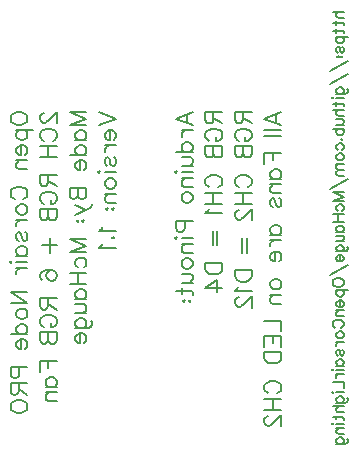
<source format=gbo>
G04 Layer: BottomSilkLayer*
G04 EasyEDA v6.2.46, 2019-11-01T12:43:08+01:00*
G04 778d866c1a174c42a2ea303962b88bf4,d54f43e133bf43b298e367d61d3b1b7b,10*
G04 Gerber Generator version 0.2*
G04 Scale: 100 percent, Rotated: No, Reflected: No *
G04 Dimensions in millimeters *
G04 leading zeros omitted , absolute positions ,3 integer and 3 decimal *
%FSLAX33Y33*%
%MOMM*%
G90*
G71D02*

%ADD33C,0.203200*%

%LPD*%
G54D33*
G01X29181Y34955D02*
G01X30613Y35500D01*
G01X29181Y34955D02*
G01X30613Y34410D01*
G01X30135Y35296D02*
G01X30135Y34614D01*
G01X29181Y33960D02*
G01X30613Y33960D01*
G01X29181Y33510D02*
G01X30613Y33510D01*
G01X29181Y32010D02*
G01X30613Y32010D01*
G01X29181Y32010D02*
G01X29181Y31123D01*
G01X29863Y32010D02*
G01X29863Y31464D01*
G01X29658Y29855D02*
G01X30613Y29855D01*
G01X29863Y29855D02*
G01X29726Y29991D01*
G01X29658Y30128D01*
G01X29658Y30332D01*
G01X29726Y30469D01*
G01X29863Y30605D01*
G01X30067Y30673D01*
G01X30204Y30673D01*
G01X30408Y30605D01*
G01X30545Y30469D01*
G01X30613Y30332D01*
G01X30613Y30128D01*
G01X30545Y29991D01*
G01X30408Y29855D01*
G01X29658Y29405D02*
G01X30613Y29405D01*
G01X29931Y29405D02*
G01X29726Y29200D01*
G01X29658Y29064D01*
G01X29658Y28860D01*
G01X29726Y28723D01*
G01X29931Y28655D01*
G01X30613Y28655D01*
G01X29863Y27455D02*
G01X29726Y27523D01*
G01X29658Y27728D01*
G01X29658Y27932D01*
G01X29726Y28137D01*
G01X29863Y28205D01*
G01X29999Y28137D01*
G01X30067Y28000D01*
G01X30135Y27660D01*
G01X30204Y27523D01*
G01X30340Y27455D01*
G01X30408Y27455D01*
G01X30545Y27523D01*
G01X30613Y27728D01*
G01X30613Y27932D01*
G01X30545Y28137D01*
G01X30408Y28205D01*
G01X29658Y25137D02*
G01X30613Y25137D01*
G01X29863Y25137D02*
G01X29726Y25273D01*
G01X29658Y25410D01*
G01X29658Y25614D01*
G01X29726Y25750D01*
G01X29863Y25887D01*
G01X30067Y25955D01*
G01X30204Y25955D01*
G01X30408Y25887D01*
G01X30545Y25750D01*
G01X30613Y25614D01*
G01X30613Y25410D01*
G01X30545Y25273D01*
G01X30408Y25137D01*
G01X29658Y24687D02*
G01X30613Y24687D01*
G01X30067Y24687D02*
G01X29863Y24619D01*
G01X29726Y24482D01*
G01X29658Y24346D01*
G01X29658Y24141D01*
G01X30067Y23691D02*
G01X30067Y22873D01*
G01X29931Y22873D01*
G01X29795Y22941D01*
G01X29726Y23010D01*
G01X29658Y23146D01*
G01X29658Y23350D01*
G01X29726Y23487D01*
G01X29863Y23623D01*
G01X30067Y23691D01*
G01X30204Y23691D01*
G01X30408Y23623D01*
G01X30545Y23487D01*
G01X30613Y23350D01*
G01X30613Y23146D01*
G01X30545Y23010D01*
G01X30408Y22873D01*
G01X29658Y21032D02*
G01X29726Y21169D01*
G01X29863Y21305D01*
G01X30067Y21373D01*
G01X30204Y21373D01*
G01X30408Y21305D01*
G01X30545Y21169D01*
G01X30613Y21032D01*
G01X30613Y20828D01*
G01X30545Y20691D01*
G01X30408Y20555D01*
G01X30204Y20487D01*
G01X30067Y20487D01*
G01X29863Y20555D01*
G01X29726Y20691D01*
G01X29658Y20828D01*
G01X29658Y21032D01*
G01X29658Y20037D02*
G01X30613Y20037D01*
G01X29931Y20037D02*
G01X29726Y19832D01*
G01X29658Y19696D01*
G01X29658Y19491D01*
G01X29726Y19355D01*
G01X29931Y19287D01*
G01X30613Y19287D01*
G01X29181Y17787D02*
G01X30613Y17787D01*
G01X30613Y17787D02*
G01X30613Y16969D01*
G01X29181Y16519D02*
G01X30613Y16519D01*
G01X29181Y16519D02*
G01X29181Y15632D01*
G01X29863Y16519D02*
G01X29863Y15973D01*
G01X30613Y16519D02*
G01X30613Y15632D01*
G01X29181Y15182D02*
G01X30613Y15182D01*
G01X29181Y15182D02*
G01X29181Y14705D01*
G01X29249Y14500D01*
G01X29385Y14364D01*
G01X29522Y14296D01*
G01X29726Y14228D01*
G01X30067Y14228D01*
G01X30272Y14296D01*
G01X30408Y14364D01*
G01X30545Y14500D01*
G01X30613Y14705D01*
G01X30613Y15182D01*
G01X29522Y11705D02*
G01X29385Y11773D01*
G01X29249Y11910D01*
G01X29181Y12046D01*
G01X29181Y12319D01*
G01X29249Y12455D01*
G01X29385Y12591D01*
G01X29522Y12660D01*
G01X29726Y12728D01*
G01X30067Y12728D01*
G01X30272Y12660D01*
G01X30408Y12591D01*
G01X30545Y12455D01*
G01X30613Y12319D01*
G01X30613Y12046D01*
G01X30545Y11910D01*
G01X30408Y11773D01*
G01X30272Y11705D01*
G01X29181Y11255D02*
G01X30613Y11255D01*
G01X29181Y10300D02*
G01X30613Y10300D01*
G01X29863Y11255D02*
G01X29863Y10300D01*
G01X29522Y9782D02*
G01X29454Y9782D01*
G01X29317Y9714D01*
G01X29249Y9646D01*
G01X29181Y9510D01*
G01X29181Y9237D01*
G01X29249Y9100D01*
G01X29317Y9032D01*
G01X29454Y8964D01*
G01X29590Y8964D01*
G01X29726Y9032D01*
G01X29931Y9169D01*
G01X30613Y9850D01*
G01X30613Y8896D01*
G01X7681Y35091D02*
G01X7749Y35228D01*
G01X7885Y35364D01*
G01X8022Y35432D01*
G01X8226Y35500D01*
G01X8567Y35500D01*
G01X8772Y35432D01*
G01X8908Y35364D01*
G01X9045Y35228D01*
G01X9113Y35091D01*
G01X9113Y34819D01*
G01X9045Y34682D01*
G01X8908Y34546D01*
G01X8772Y34478D01*
G01X8567Y34410D01*
G01X8226Y34410D01*
G01X8022Y34478D01*
G01X7885Y34546D01*
G01X7749Y34682D01*
G01X7681Y34819D01*
G01X7681Y35091D01*
G01X8158Y33960D02*
G01X9590Y33960D01*
G01X8363Y33960D02*
G01X8226Y33823D01*
G01X8158Y33687D01*
G01X8158Y33482D01*
G01X8226Y33346D01*
G01X8363Y33210D01*
G01X8567Y33141D01*
G01X8704Y33141D01*
G01X8908Y33210D01*
G01X9045Y33346D01*
G01X9113Y33482D01*
G01X9113Y33687D01*
G01X9045Y33823D01*
G01X8908Y33960D01*
G01X8567Y32691D02*
G01X8567Y31873D01*
G01X8431Y31873D01*
G01X8295Y31941D01*
G01X8226Y32010D01*
G01X8158Y32146D01*
G01X8158Y32350D01*
G01X8226Y32487D01*
G01X8363Y32623D01*
G01X8567Y32691D01*
G01X8704Y32691D01*
G01X8908Y32623D01*
G01X9045Y32487D01*
G01X9113Y32350D01*
G01X9113Y32146D01*
G01X9045Y32010D01*
G01X8908Y31873D01*
G01X8158Y31423D02*
G01X9113Y31423D01*
G01X8431Y31423D02*
G01X8226Y31219D01*
G01X8158Y31082D01*
G01X8158Y30878D01*
G01X8226Y30741D01*
G01X8431Y30673D01*
G01X9113Y30673D01*
G01X8022Y28150D02*
G01X7885Y28219D01*
G01X7749Y28355D01*
G01X7681Y28491D01*
G01X7681Y28764D01*
G01X7749Y28900D01*
G01X7885Y29037D01*
G01X8022Y29105D01*
G01X8226Y29173D01*
G01X8567Y29173D01*
G01X8772Y29105D01*
G01X8908Y29037D01*
G01X9045Y28900D01*
G01X9113Y28764D01*
G01X9113Y28491D01*
G01X9045Y28355D01*
G01X8908Y28219D01*
G01X8772Y28150D01*
G01X8158Y27360D02*
G01X8226Y27496D01*
G01X8363Y27632D01*
G01X8567Y27700D01*
G01X8704Y27700D01*
G01X8908Y27632D01*
G01X9045Y27496D01*
G01X9113Y27360D01*
G01X9113Y27155D01*
G01X9045Y27019D01*
G01X8908Y26882D01*
G01X8704Y26814D01*
G01X8567Y26814D01*
G01X8363Y26882D01*
G01X8226Y27019D01*
G01X8158Y27155D01*
G01X8158Y27360D01*
G01X8158Y26364D02*
G01X9113Y26364D01*
G01X8567Y26364D02*
G01X8363Y26296D01*
G01X8226Y26160D01*
G01X8158Y26023D01*
G01X8158Y25819D01*
G01X8363Y24619D02*
G01X8226Y24687D01*
G01X8158Y24891D01*
G01X8158Y25096D01*
G01X8226Y25300D01*
G01X8363Y25369D01*
G01X8499Y25300D01*
G01X8567Y25164D01*
G01X8636Y24823D01*
G01X8704Y24687D01*
G01X8840Y24619D01*
G01X8908Y24619D01*
G01X9045Y24687D01*
G01X9113Y24891D01*
G01X9113Y25096D01*
G01X9045Y25300D01*
G01X8908Y25369D01*
G01X8158Y23350D02*
G01X9113Y23350D01*
G01X8363Y23350D02*
G01X8226Y23487D01*
G01X8158Y23623D01*
G01X8158Y23828D01*
G01X8226Y23964D01*
G01X8363Y24100D01*
G01X8567Y24169D01*
G01X8704Y24169D01*
G01X8908Y24100D01*
G01X9045Y23964D01*
G01X9113Y23828D01*
G01X9113Y23623D01*
G01X9045Y23487D01*
G01X8908Y23350D01*
G01X7681Y22900D02*
G01X7749Y22832D01*
G01X7681Y22764D01*
G01X7613Y22832D01*
G01X7681Y22900D01*
G01X8158Y22832D02*
G01X9113Y22832D01*
G01X8158Y22314D02*
G01X9113Y22314D01*
G01X8567Y22314D02*
G01X8363Y22246D01*
G01X8226Y22110D01*
G01X8158Y21973D01*
G01X8158Y21769D01*
G01X7681Y20269D02*
G01X9113Y20269D01*
G01X7681Y20269D02*
G01X9113Y19314D01*
G01X7681Y19314D02*
G01X9113Y19314D01*
G01X8158Y18523D02*
G01X8226Y18660D01*
G01X8363Y18796D01*
G01X8567Y18864D01*
G01X8704Y18864D01*
G01X8908Y18796D01*
G01X9045Y18660D01*
G01X9113Y18523D01*
G01X9113Y18319D01*
G01X9045Y18182D01*
G01X8908Y18046D01*
G01X8704Y17978D01*
G01X8567Y17978D01*
G01X8363Y18046D01*
G01X8226Y18182D01*
G01X8158Y18319D01*
G01X8158Y18523D01*
G01X7681Y16709D02*
G01X9113Y16709D01*
G01X8363Y16709D02*
G01X8226Y16846D01*
G01X8158Y16982D01*
G01X8158Y17187D01*
G01X8226Y17323D01*
G01X8363Y17460D01*
G01X8567Y17528D01*
G01X8704Y17528D01*
G01X8908Y17460D01*
G01X9045Y17323D01*
G01X9113Y17187D01*
G01X9113Y16982D01*
G01X9045Y16846D01*
G01X8908Y16709D01*
G01X8567Y16260D02*
G01X8567Y15441D01*
G01X8431Y15441D01*
G01X8295Y15510D01*
G01X8226Y15578D01*
G01X8158Y15714D01*
G01X8158Y15919D01*
G01X8226Y16055D01*
G01X8363Y16191D01*
G01X8567Y16260D01*
G01X8704Y16260D01*
G01X8908Y16191D01*
G01X9045Y16055D01*
G01X9113Y15919D01*
G01X9113Y15714D01*
G01X9045Y15578D01*
G01X8908Y15441D01*
G01X7681Y13941D02*
G01X9113Y13941D01*
G01X7681Y13941D02*
G01X7681Y13328D01*
G01X7749Y13123D01*
G01X7817Y13055D01*
G01X7954Y12987D01*
G01X8158Y12987D01*
G01X8295Y13055D01*
G01X8363Y13123D01*
G01X8431Y13328D01*
G01X8431Y13941D01*
G01X7681Y12537D02*
G01X9113Y12537D01*
G01X7681Y12537D02*
G01X7681Y11923D01*
G01X7749Y11719D01*
G01X7817Y11650D01*
G01X7954Y11582D01*
G01X8090Y11582D01*
G01X8226Y11650D01*
G01X8295Y11719D01*
G01X8363Y11923D01*
G01X8363Y12537D01*
G01X8363Y12060D02*
G01X9113Y11582D01*
G01X7681Y10723D02*
G01X7749Y10859D01*
G01X7885Y10996D01*
G01X8022Y11064D01*
G01X8226Y11132D01*
G01X8567Y11132D01*
G01X8772Y11064D01*
G01X8908Y10996D01*
G01X9045Y10859D01*
G01X9113Y10723D01*
G01X9113Y10450D01*
G01X9045Y10314D01*
G01X8908Y10178D01*
G01X8772Y10110D01*
G01X8567Y10041D01*
G01X8226Y10041D01*
G01X8022Y10110D01*
G01X7885Y10178D01*
G01X7749Y10314D01*
G01X7681Y10450D01*
G01X7681Y10723D01*
G01X12681Y35500D02*
G01X14113Y35500D01*
G01X12681Y35500D02*
G01X14113Y34955D01*
G01X12681Y34410D02*
G01X14113Y34955D01*
G01X12681Y34410D02*
G01X14113Y34410D01*
G01X13158Y33141D02*
G01X14113Y33141D01*
G01X13363Y33141D02*
G01X13226Y33278D01*
G01X13158Y33414D01*
G01X13158Y33619D01*
G01X13226Y33755D01*
G01X13363Y33891D01*
G01X13567Y33960D01*
G01X13704Y33960D01*
G01X13908Y33891D01*
G01X14045Y33755D01*
G01X14113Y33619D01*
G01X14113Y33414D01*
G01X14045Y33278D01*
G01X13908Y33141D01*
G01X12681Y31873D02*
G01X14113Y31873D01*
G01X13363Y31873D02*
G01X13226Y32010D01*
G01X13158Y32146D01*
G01X13158Y32350D01*
G01X13226Y32487D01*
G01X13363Y32623D01*
G01X13567Y32691D01*
G01X13704Y32691D01*
G01X13908Y32623D01*
G01X14045Y32487D01*
G01X14113Y32350D01*
G01X14113Y32146D01*
G01X14045Y32010D01*
G01X13908Y31873D01*
G01X13567Y31423D02*
G01X13567Y30605D01*
G01X13431Y30605D01*
G01X13295Y30673D01*
G01X13226Y30741D01*
G01X13158Y30878D01*
G01X13158Y31082D01*
G01X13226Y31219D01*
G01X13363Y31355D01*
G01X13567Y31423D01*
G01X13704Y31423D01*
G01X13908Y31355D01*
G01X14045Y31219D01*
G01X14113Y31082D01*
G01X14113Y30878D01*
G01X14045Y30741D01*
G01X13908Y30605D01*
G01X12681Y29105D02*
G01X14113Y29105D01*
G01X12681Y29105D02*
G01X12681Y28491D01*
G01X12749Y28287D01*
G01X12817Y28219D01*
G01X12954Y28150D01*
G01X13090Y28150D01*
G01X13226Y28219D01*
G01X13295Y28287D01*
G01X13363Y28491D01*
G01X13363Y29105D02*
G01X13363Y28491D01*
G01X13431Y28287D01*
G01X13499Y28219D01*
G01X13635Y28150D01*
G01X13840Y28150D01*
G01X13976Y28219D01*
G01X14045Y28287D01*
G01X14113Y28491D01*
G01X14113Y29105D01*
G01X13158Y27632D02*
G01X14113Y27223D01*
G01X13158Y26814D02*
G01X14113Y27223D01*
G01X14385Y27360D01*
G01X14522Y27496D01*
G01X14590Y27632D01*
G01X14590Y27700D01*
G01X13295Y26296D02*
G01X13363Y26364D01*
G01X13431Y26296D01*
G01X13363Y26228D01*
G01X13295Y26296D01*
G01X13772Y26296D02*
G01X13840Y26364D01*
G01X13908Y26296D01*
G01X13840Y26228D01*
G01X13772Y26296D01*
G01X12681Y24728D02*
G01X14113Y24728D01*
G01X12681Y24728D02*
G01X14113Y24182D01*
G01X12681Y23637D02*
G01X14113Y24182D01*
G01X12681Y23637D02*
G01X14113Y23637D01*
G01X13363Y22369D02*
G01X13226Y22505D01*
G01X13158Y22641D01*
G01X13158Y22846D01*
G01X13226Y22982D01*
G01X13363Y23119D01*
G01X13567Y23187D01*
G01X13704Y23187D01*
G01X13908Y23119D01*
G01X14045Y22982D01*
G01X14113Y22846D01*
G01X14113Y22641D01*
G01X14045Y22505D01*
G01X13908Y22369D01*
G01X12681Y21919D02*
G01X14113Y21919D01*
G01X12681Y20964D02*
G01X14113Y20964D01*
G01X13363Y21919D02*
G01X13363Y20964D01*
G01X13158Y19696D02*
G01X14113Y19696D01*
G01X13363Y19696D02*
G01X13226Y19832D01*
G01X13158Y19969D01*
G01X13158Y20173D01*
G01X13226Y20310D01*
G01X13363Y20446D01*
G01X13567Y20514D01*
G01X13704Y20514D01*
G01X13908Y20446D01*
G01X14045Y20310D01*
G01X14113Y20173D01*
G01X14113Y19969D01*
G01X14045Y19832D01*
G01X13908Y19696D01*
G01X13158Y19246D02*
G01X13840Y19246D01*
G01X14045Y19178D01*
G01X14113Y19041D01*
G01X14113Y18837D01*
G01X14045Y18700D01*
G01X13840Y18496D01*
G01X13158Y18496D02*
G01X14113Y18496D01*
G01X13158Y17228D02*
G01X14249Y17228D01*
G01X14454Y17296D01*
G01X14522Y17364D01*
G01X14590Y17500D01*
G01X14590Y17705D01*
G01X14522Y17841D01*
G01X13363Y17228D02*
G01X13226Y17364D01*
G01X13158Y17500D01*
G01X13158Y17705D01*
G01X13226Y17841D01*
G01X13363Y17978D01*
G01X13567Y18046D01*
G01X13704Y18046D01*
G01X13908Y17978D01*
G01X14045Y17841D01*
G01X14113Y17705D01*
G01X14113Y17500D01*
G01X14045Y17364D01*
G01X13908Y17228D01*
G01X13567Y16778D02*
G01X13567Y15960D01*
G01X13431Y15960D01*
G01X13295Y16028D01*
G01X13226Y16096D01*
G01X13158Y16232D01*
G01X13158Y16437D01*
G01X13226Y16573D01*
G01X13363Y16709D01*
G01X13567Y16778D01*
G01X13704Y16778D01*
G01X13908Y16709D01*
G01X14045Y16573D01*
G01X14113Y16437D01*
G01X14113Y16232D01*
G01X14045Y16096D01*
G01X13908Y15960D01*
G01X15181Y35500D02*
G01X16613Y34955D01*
G01X15181Y34409D02*
G01X16613Y34955D01*
G01X16067Y33959D02*
G01X16067Y33141D01*
G01X15931Y33141D01*
G01X15795Y33209D01*
G01X15726Y33278D01*
G01X15658Y33414D01*
G01X15658Y33619D01*
G01X15726Y33755D01*
G01X15863Y33891D01*
G01X16067Y33959D01*
G01X16204Y33959D01*
G01X16408Y33891D01*
G01X16545Y33755D01*
G01X16613Y33619D01*
G01X16613Y33414D01*
G01X16545Y33278D01*
G01X16408Y33141D01*
G01X15658Y32691D02*
G01X16613Y32691D01*
G01X16067Y32691D02*
G01X15863Y32623D01*
G01X15726Y32487D01*
G01X15658Y32350D01*
G01X15658Y32146D01*
G01X15863Y30946D02*
G01X15726Y31014D01*
G01X15658Y31219D01*
G01X15658Y31423D01*
G01X15726Y31628D01*
G01X15863Y31696D01*
G01X15999Y31628D01*
G01X16067Y31491D01*
G01X16136Y31150D01*
G01X16204Y31014D01*
G01X16340Y30946D01*
G01X16408Y30946D01*
G01X16545Y31014D01*
G01X16613Y31219D01*
G01X16613Y31423D01*
G01X16545Y31628D01*
G01X16408Y31696D01*
G01X15181Y30496D02*
G01X15249Y30428D01*
G01X15181Y30359D01*
G01X15113Y30428D01*
G01X15181Y30496D01*
G01X15658Y30428D02*
G01X16613Y30428D01*
G01X15658Y29569D02*
G01X15726Y29705D01*
G01X15863Y29841D01*
G01X16067Y29909D01*
G01X16204Y29909D01*
G01X16408Y29841D01*
G01X16545Y29705D01*
G01X16613Y29569D01*
G01X16613Y29364D01*
G01X16545Y29228D01*
G01X16408Y29091D01*
G01X16204Y29023D01*
G01X16067Y29023D01*
G01X15863Y29091D01*
G01X15726Y29228D01*
G01X15658Y29364D01*
G01X15658Y29569D01*
G01X15658Y28573D02*
G01X16613Y28573D01*
G01X15931Y28573D02*
G01X15726Y28369D01*
G01X15658Y28232D01*
G01X15658Y28028D01*
G01X15726Y27891D01*
G01X15931Y27823D01*
G01X16613Y27823D01*
G01X15795Y27305D02*
G01X15863Y27373D01*
G01X15931Y27305D01*
G01X15863Y27237D01*
G01X15795Y27305D01*
G01X16272Y27305D02*
G01X16340Y27373D01*
G01X16408Y27305D01*
G01X16340Y27237D01*
G01X16272Y27305D01*
G01X15454Y25737D02*
G01X15386Y25600D01*
G01X15181Y25396D01*
G01X16613Y25396D01*
G01X16272Y24878D02*
G01X16340Y24946D01*
G01X16408Y24878D01*
G01X16340Y24809D01*
G01X16272Y24878D01*
G01X15454Y24359D02*
G01X15386Y24223D01*
G01X15181Y24019D01*
G01X16613Y24019D01*
G01X10522Y35432D02*
G01X10454Y35432D01*
G01X10317Y35364D01*
G01X10249Y35296D01*
G01X10181Y35160D01*
G01X10181Y34887D01*
G01X10249Y34750D01*
G01X10317Y34682D01*
G01X10454Y34614D01*
G01X10590Y34614D01*
G01X10726Y34682D01*
G01X10931Y34819D01*
G01X11613Y35500D01*
G01X11613Y34546D01*
G01X10522Y33073D02*
G01X10385Y33141D01*
G01X10249Y33278D01*
G01X10181Y33414D01*
G01X10181Y33687D01*
G01X10249Y33823D01*
G01X10385Y33960D01*
G01X10522Y34028D01*
G01X10726Y34096D01*
G01X11067Y34096D01*
G01X11272Y34028D01*
G01X11408Y33960D01*
G01X11545Y33823D01*
G01X11613Y33687D01*
G01X11613Y33414D01*
G01X11545Y33278D01*
G01X11408Y33141D01*
G01X11272Y33073D01*
G01X10181Y32623D02*
G01X11613Y32623D01*
G01X10181Y31669D02*
G01X11613Y31669D01*
G01X10863Y32623D02*
G01X10863Y31669D01*
G01X10181Y30169D02*
G01X11613Y30169D01*
G01X10181Y30169D02*
G01X10181Y29555D01*
G01X10249Y29350D01*
G01X10317Y29282D01*
G01X10454Y29214D01*
G01X10590Y29214D01*
G01X10726Y29282D01*
G01X10795Y29350D01*
G01X10863Y29555D01*
G01X10863Y30169D01*
G01X10863Y29691D02*
G01X11613Y29214D01*
G01X10522Y27741D02*
G01X10385Y27810D01*
G01X10249Y27946D01*
G01X10181Y28082D01*
G01X10181Y28355D01*
G01X10249Y28491D01*
G01X10385Y28628D01*
G01X10522Y28696D01*
G01X10726Y28764D01*
G01X11067Y28764D01*
G01X11272Y28696D01*
G01X11408Y28628D01*
G01X11545Y28491D01*
G01X11613Y28355D01*
G01X11613Y28082D01*
G01X11545Y27946D01*
G01X11408Y27810D01*
G01X11272Y27741D01*
G01X11067Y27741D01*
G01X11067Y28082D02*
G01X11067Y27741D01*
G01X10181Y27291D02*
G01X11613Y27291D01*
G01X10181Y27291D02*
G01X10181Y26678D01*
G01X10249Y26473D01*
G01X10317Y26405D01*
G01X10454Y26337D01*
G01X10590Y26337D01*
G01X10726Y26405D01*
G01X10795Y26473D01*
G01X10863Y26678D01*
G01X10863Y27291D02*
G01X10863Y26678D01*
G01X10931Y26473D01*
G01X10999Y26405D01*
G01X11135Y26337D01*
G01X11340Y26337D01*
G01X11476Y26405D01*
G01X11545Y26473D01*
G01X11613Y26678D01*
G01X11613Y27291D01*
G01X10385Y24223D02*
G01X11613Y24223D01*
G01X10999Y24837D02*
G01X10999Y23610D01*
G01X10385Y21291D02*
G01X10249Y21360D01*
G01X10181Y21564D01*
G01X10181Y21700D01*
G01X10249Y21905D01*
G01X10454Y22041D01*
G01X10795Y22110D01*
G01X11135Y22110D01*
G01X11408Y22041D01*
G01X11545Y21905D01*
G01X11613Y21700D01*
G01X11613Y21632D01*
G01X11545Y21428D01*
G01X11408Y21291D01*
G01X11204Y21223D01*
G01X11135Y21223D01*
G01X10931Y21291D01*
G01X10795Y21428D01*
G01X10726Y21632D01*
G01X10726Y21700D01*
G01X10795Y21905D01*
G01X10931Y22041D01*
G01X11135Y22110D01*
G01X10181Y19723D02*
G01X11613Y19723D01*
G01X10181Y19723D02*
G01X10181Y19110D01*
G01X10249Y18905D01*
G01X10317Y18837D01*
G01X10454Y18769D01*
G01X10590Y18769D01*
G01X10726Y18837D01*
G01X10795Y18905D01*
G01X10863Y19110D01*
G01X10863Y19723D01*
G01X10863Y19246D02*
G01X11613Y18769D01*
G01X10522Y17296D02*
G01X10385Y17364D01*
G01X10249Y17500D01*
G01X10181Y17637D01*
G01X10181Y17910D01*
G01X10249Y18046D01*
G01X10385Y18182D01*
G01X10522Y18250D01*
G01X10726Y18319D01*
G01X11067Y18319D01*
G01X11272Y18250D01*
G01X11408Y18182D01*
G01X11545Y18046D01*
G01X11613Y17910D01*
G01X11613Y17637D01*
G01X11545Y17500D01*
G01X11408Y17364D01*
G01X11272Y17296D01*
G01X11067Y17296D01*
G01X11067Y17637D02*
G01X11067Y17296D01*
G01X10181Y16846D02*
G01X11613Y16846D01*
G01X10181Y16846D02*
G01X10181Y16232D01*
G01X10249Y16028D01*
G01X10317Y15960D01*
G01X10454Y15891D01*
G01X10590Y15891D01*
G01X10726Y15960D01*
G01X10795Y16028D01*
G01X10863Y16232D01*
G01X10863Y16846D02*
G01X10863Y16232D01*
G01X10931Y16028D01*
G01X10999Y15960D01*
G01X11135Y15891D01*
G01X11340Y15891D01*
G01X11476Y15960D01*
G01X11545Y16028D01*
G01X11613Y16232D01*
G01X11613Y16846D01*
G01X10181Y14391D02*
G01X11613Y14391D01*
G01X10181Y14391D02*
G01X10181Y13505D01*
G01X10863Y14391D02*
G01X10863Y13846D01*
G01X10658Y12237D02*
G01X11613Y12237D01*
G01X10863Y12237D02*
G01X10726Y12373D01*
G01X10658Y12510D01*
G01X10658Y12714D01*
G01X10726Y12850D01*
G01X10863Y12987D01*
G01X11067Y13055D01*
G01X11204Y13055D01*
G01X11408Y12987D01*
G01X11545Y12850D01*
G01X11613Y12714D01*
G01X11613Y12510D01*
G01X11545Y12373D01*
G01X11408Y12237D01*
G01X10658Y11787D02*
G01X11613Y11787D01*
G01X10931Y11787D02*
G01X10726Y11582D01*
G01X10658Y11446D01*
G01X10658Y11241D01*
G01X10726Y11105D01*
G01X10931Y11037D01*
G01X11613Y11037D01*
G01X24181Y35500D02*
G01X25613Y35500D01*
G01X24181Y35500D02*
G01X24181Y34887D01*
G01X24249Y34682D01*
G01X24317Y34614D01*
G01X24454Y34546D01*
G01X24590Y34546D01*
G01X24726Y34614D01*
G01X24795Y34682D01*
G01X24863Y34887D01*
G01X24863Y35500D01*
G01X24863Y35023D02*
G01X25613Y34546D01*
G01X24522Y33073D02*
G01X24385Y33141D01*
G01X24249Y33278D01*
G01X24181Y33414D01*
G01X24181Y33687D01*
G01X24249Y33823D01*
G01X24385Y33960D01*
G01X24522Y34028D01*
G01X24726Y34096D01*
G01X25067Y34096D01*
G01X25272Y34028D01*
G01X25408Y33960D01*
G01X25545Y33823D01*
G01X25613Y33687D01*
G01X25613Y33414D01*
G01X25545Y33278D01*
G01X25408Y33141D01*
G01X25272Y33073D01*
G01X25067Y33073D01*
G01X25067Y33414D02*
G01X25067Y33073D01*
G01X24181Y32623D02*
G01X25613Y32623D01*
G01X24181Y32623D02*
G01X24181Y32010D01*
G01X24249Y31805D01*
G01X24317Y31737D01*
G01X24454Y31669D01*
G01X24590Y31669D01*
G01X24726Y31737D01*
G01X24795Y31805D01*
G01X24863Y32010D01*
G01X24863Y32623D02*
G01X24863Y32010D01*
G01X24931Y31805D01*
G01X24999Y31737D01*
G01X25135Y31669D01*
G01X25340Y31669D01*
G01X25476Y31737D01*
G01X25545Y31805D01*
G01X25613Y32010D01*
G01X25613Y32623D01*
G01X24522Y29146D02*
G01X24385Y29214D01*
G01X24249Y29350D01*
G01X24181Y29487D01*
G01X24181Y29760D01*
G01X24249Y29896D01*
G01X24385Y30032D01*
G01X24522Y30100D01*
G01X24726Y30169D01*
G01X25067Y30169D01*
G01X25272Y30100D01*
G01X25408Y30032D01*
G01X25545Y29896D01*
G01X25613Y29760D01*
G01X25613Y29487D01*
G01X25545Y29350D01*
G01X25408Y29214D01*
G01X25272Y29146D01*
G01X24181Y28696D02*
G01X25613Y28696D01*
G01X24181Y27741D02*
G01X25613Y27741D01*
G01X24863Y28696D02*
G01X24863Y27741D01*
G01X24454Y27291D02*
G01X24385Y27155D01*
G01X24181Y26950D01*
G01X25613Y26950D01*
G01X24795Y25450D02*
G01X24795Y24223D01*
G01X25204Y25450D02*
G01X25204Y24223D01*
G01X24181Y22723D02*
G01X25613Y22723D01*
G01X24181Y22723D02*
G01X24181Y22246D01*
G01X24249Y22041D01*
G01X24385Y21905D01*
G01X24522Y21837D01*
G01X24726Y21769D01*
G01X25067Y21769D01*
G01X25272Y21837D01*
G01X25408Y21905D01*
G01X25545Y22041D01*
G01X25613Y22246D01*
G01X25613Y22723D01*
G01X24181Y20637D02*
G01X25135Y21319D01*
G01X25135Y20296D01*
G01X24181Y20637D02*
G01X25613Y20637D01*
G01X26681Y35500D02*
G01X28113Y35500D01*
G01X26681Y35500D02*
G01X26681Y34887D01*
G01X26749Y34682D01*
G01X26817Y34614D01*
G01X26954Y34546D01*
G01X27090Y34546D01*
G01X27226Y34614D01*
G01X27295Y34682D01*
G01X27363Y34887D01*
G01X27363Y35500D01*
G01X27363Y35023D02*
G01X28113Y34546D01*
G01X27022Y33073D02*
G01X26885Y33141D01*
G01X26749Y33278D01*
G01X26681Y33414D01*
G01X26681Y33687D01*
G01X26749Y33823D01*
G01X26885Y33960D01*
G01X27022Y34028D01*
G01X27226Y34096D01*
G01X27567Y34096D01*
G01X27772Y34028D01*
G01X27908Y33960D01*
G01X28045Y33823D01*
G01X28113Y33687D01*
G01X28113Y33414D01*
G01X28045Y33278D01*
G01X27908Y33141D01*
G01X27772Y33073D01*
G01X27567Y33073D01*
G01X27567Y33414D02*
G01X27567Y33073D01*
G01X26681Y32623D02*
G01X28113Y32623D01*
G01X26681Y32623D02*
G01X26681Y32010D01*
G01X26749Y31805D01*
G01X26817Y31737D01*
G01X26954Y31669D01*
G01X27090Y31669D01*
G01X27226Y31737D01*
G01X27295Y31805D01*
G01X27363Y32010D01*
G01X27363Y32623D02*
G01X27363Y32010D01*
G01X27431Y31805D01*
G01X27499Y31737D01*
G01X27635Y31669D01*
G01X27840Y31669D01*
G01X27976Y31737D01*
G01X28045Y31805D01*
G01X28113Y32010D01*
G01X28113Y32623D01*
G01X27022Y29146D02*
G01X26885Y29214D01*
G01X26749Y29350D01*
G01X26681Y29487D01*
G01X26681Y29760D01*
G01X26749Y29896D01*
G01X26885Y30032D01*
G01X27022Y30100D01*
G01X27226Y30169D01*
G01X27567Y30169D01*
G01X27772Y30100D01*
G01X27908Y30032D01*
G01X28045Y29896D01*
G01X28113Y29760D01*
G01X28113Y29487D01*
G01X28045Y29350D01*
G01X27908Y29214D01*
G01X27772Y29146D01*
G01X26681Y28696D02*
G01X28113Y28696D01*
G01X26681Y27741D02*
G01X28113Y27741D01*
G01X27363Y28696D02*
G01X27363Y27741D01*
G01X27022Y27223D02*
G01X26954Y27223D01*
G01X26817Y27155D01*
G01X26749Y27087D01*
G01X26681Y26950D01*
G01X26681Y26678D01*
G01X26749Y26541D01*
G01X26817Y26473D01*
G01X26954Y26405D01*
G01X27090Y26405D01*
G01X27226Y26473D01*
G01X27431Y26610D01*
G01X28113Y27291D01*
G01X28113Y26337D01*
G01X27295Y24837D02*
G01X27295Y23610D01*
G01X27704Y24837D02*
G01X27704Y23610D01*
G01X26681Y22110D02*
G01X28113Y22110D01*
G01X26681Y22110D02*
G01X26681Y21632D01*
G01X26749Y21428D01*
G01X26885Y21291D01*
G01X27022Y21223D01*
G01X27226Y21155D01*
G01X27567Y21155D01*
G01X27772Y21223D01*
G01X27908Y21291D01*
G01X28045Y21428D01*
G01X28113Y21632D01*
G01X28113Y22110D01*
G01X26954Y20705D02*
G01X26885Y20569D01*
G01X26681Y20364D01*
G01X28113Y20364D01*
G01X27022Y19846D02*
G01X26954Y19846D01*
G01X26817Y19778D01*
G01X26749Y19710D01*
G01X26681Y19573D01*
G01X26681Y19300D01*
G01X26749Y19164D01*
G01X26817Y19096D01*
G01X26954Y19028D01*
G01X27090Y19028D01*
G01X27226Y19096D01*
G01X27431Y19232D01*
G01X28113Y19914D01*
G01X28113Y18960D01*
G01X21681Y34955D02*
G01X23113Y35500D01*
G01X21681Y34955D02*
G01X23113Y34410D01*
G01X22635Y35296D02*
G01X22635Y34614D01*
G01X22158Y33960D02*
G01X23113Y33960D01*
G01X22567Y33960D02*
G01X22363Y33891D01*
G01X22226Y33755D01*
G01X22158Y33619D01*
G01X22158Y33414D01*
G01X21681Y32146D02*
G01X23113Y32146D01*
G01X22363Y32146D02*
G01X22226Y32282D01*
G01X22158Y32419D01*
G01X22158Y32623D01*
G01X22226Y32760D01*
G01X22363Y32896D01*
G01X22567Y32964D01*
G01X22704Y32964D01*
G01X22908Y32896D01*
G01X23045Y32760D01*
G01X23113Y32623D01*
G01X23113Y32419D01*
G01X23045Y32282D01*
G01X22908Y32146D01*
G01X22158Y31696D02*
G01X22840Y31696D01*
G01X23045Y31628D01*
G01X23113Y31491D01*
G01X23113Y31287D01*
G01X23045Y31150D01*
G01X22840Y30946D01*
G01X22158Y30946D02*
G01X23113Y30946D01*
G01X21681Y30496D02*
G01X21749Y30428D01*
G01X21681Y30360D01*
G01X21613Y30428D01*
G01X21681Y30496D01*
G01X22158Y30428D02*
G01X23113Y30428D01*
G01X22158Y29909D02*
G01X23113Y29909D01*
G01X22431Y29909D02*
G01X22226Y29705D01*
G01X22158Y29569D01*
G01X22158Y29364D01*
G01X22226Y29228D01*
G01X22431Y29160D01*
G01X23113Y29160D01*
G01X22158Y28369D02*
G01X22226Y28505D01*
G01X22363Y28641D01*
G01X22567Y28710D01*
G01X22704Y28710D01*
G01X22908Y28641D01*
G01X23045Y28505D01*
G01X23113Y28369D01*
G01X23113Y28164D01*
G01X23045Y28028D01*
G01X22908Y27891D01*
G01X22704Y27823D01*
G01X22567Y27823D01*
G01X22363Y27891D01*
G01X22226Y28028D01*
G01X22158Y28164D01*
G01X22158Y28369D01*
G01X21681Y26323D02*
G01X23113Y26323D01*
G01X21681Y26323D02*
G01X21681Y25710D01*
G01X21749Y25505D01*
G01X21817Y25437D01*
G01X21954Y25369D01*
G01X22158Y25369D01*
G01X22295Y25437D01*
G01X22363Y25505D01*
G01X22431Y25710D01*
G01X22431Y26323D01*
G01X21681Y24919D02*
G01X21749Y24850D01*
G01X21681Y24782D01*
G01X21613Y24850D01*
G01X21681Y24919D01*
G01X22158Y24850D02*
G01X23113Y24850D01*
G01X22158Y24332D02*
G01X23113Y24332D01*
G01X22431Y24332D02*
G01X22226Y24128D01*
G01X22158Y23991D01*
G01X22158Y23787D01*
G01X22226Y23650D01*
G01X22431Y23582D01*
G01X23113Y23582D01*
G01X22158Y22791D02*
G01X22226Y22928D01*
G01X22363Y23064D01*
G01X22567Y23132D01*
G01X22704Y23132D01*
G01X22908Y23064D01*
G01X23045Y22928D01*
G01X23113Y22791D01*
G01X23113Y22587D01*
G01X23045Y22450D01*
G01X22908Y22314D01*
G01X22704Y22246D01*
G01X22567Y22246D01*
G01X22363Y22314D01*
G01X22226Y22450D01*
G01X22158Y22587D01*
G01X22158Y22791D01*
G01X22158Y21796D02*
G01X22840Y21796D01*
G01X23045Y21728D01*
G01X23113Y21591D01*
G01X23113Y21387D01*
G01X23045Y21250D01*
G01X22840Y21046D01*
G01X22158Y21046D02*
G01X23113Y21046D01*
G01X21681Y20391D02*
G01X22840Y20391D01*
G01X23045Y20323D01*
G01X23113Y20187D01*
G01X23113Y20050D01*
G01X22158Y20596D02*
G01X22158Y20119D01*
G01X22295Y19532D02*
G01X22363Y19600D01*
G01X22431Y19532D01*
G01X22363Y19464D01*
G01X22295Y19532D01*
G01X22772Y19532D02*
G01X22840Y19600D01*
G01X22908Y19532D01*
G01X22840Y19464D01*
G01X22772Y19532D01*
G01X34954Y44000D02*
G01X35908Y44000D01*
G01X35454Y44000D02*
G01X35317Y43864D01*
G01X35272Y43773D01*
G01X35272Y43637D01*
G01X35317Y43546D01*
G01X35454Y43500D01*
G01X35908Y43500D01*
G01X34954Y43064D02*
G01X35726Y43064D01*
G01X35863Y43019D01*
G01X35908Y42928D01*
G01X35908Y42837D01*
G01X35272Y43200D02*
G01X35272Y42882D01*
G01X34954Y42400D02*
G01X35726Y42400D01*
G01X35863Y42355D01*
G01X35908Y42264D01*
G01X35908Y42173D01*
G01X35272Y42537D02*
G01X35272Y42219D01*
G01X35272Y41873D02*
G01X36226Y41873D01*
G01X35408Y41873D02*
G01X35317Y41782D01*
G01X35272Y41691D01*
G01X35272Y41555D01*
G01X35317Y41464D01*
G01X35408Y41373D01*
G01X35545Y41328D01*
G01X35635Y41328D01*
G01X35772Y41373D01*
G01X35863Y41464D01*
G01X35908Y41555D01*
G01X35908Y41691D01*
G01X35863Y41782D01*
G01X35772Y41873D01*
G01X35408Y40528D02*
G01X35317Y40573D01*
G01X35272Y40710D01*
G01X35272Y40846D01*
G01X35317Y40982D01*
G01X35408Y41028D01*
G01X35499Y40982D01*
G01X35545Y40891D01*
G01X35590Y40664D01*
G01X35635Y40573D01*
G01X35726Y40528D01*
G01X35772Y40528D01*
G01X35863Y40573D01*
G01X35908Y40710D01*
G01X35908Y40846D01*
G01X35863Y40982D01*
G01X35772Y41028D01*
G01X35363Y40182D02*
G01X35408Y40228D01*
G01X35454Y40182D01*
G01X35408Y40137D01*
G01X35363Y40182D01*
G01X35681Y40182D02*
G01X35726Y40228D01*
G01X35772Y40182D01*
G01X35726Y40137D01*
G01X35681Y40182D01*
G01X34772Y39019D02*
G01X36226Y39837D01*
G01X34772Y37900D02*
G01X36226Y38719D01*
G01X35272Y37055D02*
G01X35999Y37055D01*
G01X36135Y37100D01*
G01X36181Y37146D01*
G01X36226Y37237D01*
G01X36226Y37373D01*
G01X36181Y37464D01*
G01X35408Y37055D02*
G01X35317Y37146D01*
G01X35272Y37237D01*
G01X35272Y37373D01*
G01X35317Y37464D01*
G01X35408Y37555D01*
G01X35545Y37600D01*
G01X35635Y37600D01*
G01X35772Y37555D01*
G01X35863Y37464D01*
G01X35908Y37373D01*
G01X35908Y37237D01*
G01X35863Y37146D01*
G01X35772Y37055D01*
G01X34954Y36755D02*
G01X34999Y36710D01*
G01X34954Y36664D01*
G01X34908Y36710D01*
G01X34954Y36755D01*
G01X35272Y36710D02*
G01X35908Y36710D01*
G01X34954Y36228D02*
G01X35726Y36228D01*
G01X35863Y36182D01*
G01X35908Y36091D01*
G01X35908Y36000D01*
G01X35272Y36364D02*
G01X35272Y36046D01*
G01X34954Y35700D02*
G01X35908Y35700D01*
G01X35454Y35700D02*
G01X35317Y35564D01*
G01X35272Y35473D01*
G01X35272Y35337D01*
G01X35317Y35246D01*
G01X35454Y35200D01*
G01X35908Y35200D01*
G01X35272Y34900D02*
G01X35726Y34900D01*
G01X35863Y34855D01*
G01X35908Y34764D01*
G01X35908Y34628D01*
G01X35863Y34537D01*
G01X35726Y34400D01*
G01X35272Y34400D02*
G01X35908Y34400D01*
G01X34954Y34100D02*
G01X35908Y34100D01*
G01X35408Y34100D02*
G01X35317Y34010D01*
G01X35272Y33919D01*
G01X35272Y33782D01*
G01X35317Y33691D01*
G01X35408Y33600D01*
G01X35545Y33555D01*
G01X35635Y33555D01*
G01X35772Y33600D01*
G01X35863Y33691D01*
G01X35908Y33782D01*
G01X35908Y33919D01*
G01X35863Y34010D01*
G01X35772Y34100D01*
G01X35681Y33210D02*
G01X35726Y33255D01*
G01X35772Y33210D01*
G01X35726Y33164D01*
G01X35681Y33210D01*
G01X35408Y32319D02*
G01X35317Y32410D01*
G01X35272Y32500D01*
G01X35272Y32637D01*
G01X35317Y32728D01*
G01X35408Y32819D01*
G01X35545Y32864D01*
G01X35635Y32864D01*
G01X35772Y32819D01*
G01X35863Y32728D01*
G01X35908Y32637D01*
G01X35908Y32500D01*
G01X35863Y32410D01*
G01X35772Y32319D01*
G01X35272Y31791D02*
G01X35317Y31882D01*
G01X35408Y31973D01*
G01X35545Y32019D01*
G01X35635Y32019D01*
G01X35772Y31973D01*
G01X35863Y31882D01*
G01X35908Y31791D01*
G01X35908Y31655D01*
G01X35863Y31564D01*
G01X35772Y31473D01*
G01X35635Y31428D01*
G01X35545Y31428D01*
G01X35408Y31473D01*
G01X35317Y31564D01*
G01X35272Y31655D01*
G01X35272Y31791D01*
G01X35272Y31128D02*
G01X35908Y31128D01*
G01X35454Y31128D02*
G01X35317Y30991D01*
G01X35272Y30900D01*
G01X35272Y30764D01*
G01X35317Y30673D01*
G01X35454Y30628D01*
G01X35908Y30628D01*
G01X35454Y30628D02*
G01X35317Y30491D01*
G01X35272Y30400D01*
G01X35272Y30264D01*
G01X35317Y30173D01*
G01X35454Y30128D01*
G01X35908Y30128D01*
G01X34772Y29010D02*
G01X36226Y29828D01*
G01X34954Y28710D02*
G01X35908Y28710D01*
G01X34954Y28710D02*
G01X35908Y28346D01*
G01X34954Y27982D02*
G01X35908Y28346D01*
G01X34954Y27982D02*
G01X35908Y27982D01*
G01X35408Y27137D02*
G01X35317Y27228D01*
G01X35272Y27319D01*
G01X35272Y27455D01*
G01X35317Y27546D01*
G01X35408Y27637D01*
G01X35545Y27682D01*
G01X35635Y27682D01*
G01X35772Y27637D01*
G01X35863Y27546D01*
G01X35908Y27455D01*
G01X35908Y27319D01*
G01X35863Y27228D01*
G01X35772Y27137D01*
G01X34954Y26837D02*
G01X35908Y26837D01*
G01X34954Y26200D02*
G01X35908Y26200D01*
G01X35408Y26837D02*
G01X35408Y26200D01*
G01X35272Y25355D02*
G01X35908Y25355D01*
G01X35408Y25355D02*
G01X35317Y25446D01*
G01X35272Y25537D01*
G01X35272Y25673D01*
G01X35317Y25764D01*
G01X35408Y25855D01*
G01X35545Y25900D01*
G01X35635Y25900D01*
G01X35772Y25855D01*
G01X35863Y25764D01*
G01X35908Y25673D01*
G01X35908Y25537D01*
G01X35863Y25446D01*
G01X35772Y25355D01*
G01X35272Y25055D02*
G01X35726Y25055D01*
G01X35863Y25010D01*
G01X35908Y24919D01*
G01X35908Y24782D01*
G01X35863Y24691D01*
G01X35726Y24555D01*
G01X35272Y24555D02*
G01X35908Y24555D01*
G01X35272Y23710D02*
G01X35999Y23710D01*
G01X36135Y23755D01*
G01X36181Y23800D01*
G01X36226Y23891D01*
G01X36226Y24028D01*
G01X36181Y24119D01*
G01X35408Y23710D02*
G01X35317Y23800D01*
G01X35272Y23891D01*
G01X35272Y24028D01*
G01X35317Y24119D01*
G01X35408Y24210D01*
G01X35545Y24255D01*
G01X35635Y24255D01*
G01X35772Y24210D01*
G01X35863Y24119D01*
G01X35908Y24028D01*
G01X35908Y23891D01*
G01X35863Y23800D01*
G01X35772Y23710D01*
G01X35545Y23410D02*
G01X35545Y22864D01*
G01X35454Y22864D01*
G01X35363Y22910D01*
G01X35317Y22955D01*
G01X35272Y23046D01*
G01X35272Y23182D01*
G01X35317Y23273D01*
G01X35408Y23364D01*
G01X35545Y23410D01*
G01X35635Y23410D01*
G01X35772Y23364D01*
G01X35863Y23273D01*
G01X35908Y23182D01*
G01X35908Y23046D01*
G01X35863Y22955D01*
G01X35772Y22864D01*
G01X34772Y21746D02*
G01X36226Y22564D01*
G01X34954Y21173D02*
G01X34999Y21264D01*
G01X35090Y21355D01*
G01X35181Y21400D01*
G01X35317Y21446D01*
G01X35545Y21446D01*
G01X35681Y21400D01*
G01X35772Y21355D01*
G01X35863Y21264D01*
G01X35908Y21173D01*
G01X35908Y20991D01*
G01X35863Y20900D01*
G01X35772Y20810D01*
G01X35681Y20764D01*
G01X35545Y20719D01*
G01X35317Y20719D01*
G01X35181Y20764D01*
G01X35090Y20810D01*
G01X34999Y20900D01*
G01X34954Y20991D01*
G01X34954Y21173D01*
G01X35272Y20419D02*
G01X36226Y20419D01*
G01X35408Y20419D02*
G01X35317Y20328D01*
G01X35272Y20237D01*
G01X35272Y20100D01*
G01X35317Y20010D01*
G01X35408Y19919D01*
G01X35545Y19873D01*
G01X35635Y19873D01*
G01X35772Y19919D01*
G01X35863Y20010D01*
G01X35908Y20100D01*
G01X35908Y20237D01*
G01X35863Y20328D01*
G01X35772Y20419D01*
G01X35545Y19573D02*
G01X35545Y19028D01*
G01X35454Y19028D01*
G01X35363Y19073D01*
G01X35317Y19119D01*
G01X35272Y19210D01*
G01X35272Y19346D01*
G01X35317Y19437D01*
G01X35408Y19528D01*
G01X35545Y19573D01*
G01X35635Y19573D01*
G01X35772Y19528D01*
G01X35863Y19437D01*
G01X35908Y19346D01*
G01X35908Y19210D01*
G01X35863Y19119D01*
G01X35772Y19028D01*
G01X35272Y18728D02*
G01X35908Y18728D01*
G01X35454Y18728D02*
G01X35317Y18591D01*
G01X35272Y18500D01*
G01X35272Y18364D01*
G01X35317Y18273D01*
G01X35454Y18228D01*
G01X35908Y18228D01*
G01X35181Y17246D02*
G01X35090Y17291D01*
G01X34999Y17382D01*
G01X34954Y17473D01*
G01X34954Y17655D01*
G01X34999Y17746D01*
G01X35090Y17837D01*
G01X35181Y17882D01*
G01X35317Y17928D01*
G01X35545Y17928D01*
G01X35681Y17882D01*
G01X35772Y17837D01*
G01X35863Y17746D01*
G01X35908Y17655D01*
G01X35908Y17473D01*
G01X35863Y17382D01*
G01X35772Y17291D01*
G01X35681Y17246D01*
G01X35272Y16719D02*
G01X35317Y16810D01*
G01X35408Y16900D01*
G01X35545Y16946D01*
G01X35635Y16946D01*
G01X35772Y16900D01*
G01X35863Y16810D01*
G01X35908Y16719D01*
G01X35908Y16582D01*
G01X35863Y16491D01*
G01X35772Y16400D01*
G01X35635Y16355D01*
G01X35545Y16355D01*
G01X35408Y16400D01*
G01X35317Y16491D01*
G01X35272Y16582D01*
G01X35272Y16719D01*
G01X35272Y16055D02*
G01X35908Y16055D01*
G01X35545Y16055D02*
G01X35408Y16010D01*
G01X35317Y15919D01*
G01X35272Y15828D01*
G01X35272Y15691D01*
G01X35408Y14891D02*
G01X35317Y14937D01*
G01X35272Y15073D01*
G01X35272Y15210D01*
G01X35317Y15346D01*
G01X35408Y15391D01*
G01X35499Y15346D01*
G01X35545Y15255D01*
G01X35590Y15028D01*
G01X35635Y14937D01*
G01X35726Y14891D01*
G01X35772Y14891D01*
G01X35863Y14937D01*
G01X35908Y15073D01*
G01X35908Y15210D01*
G01X35863Y15346D01*
G01X35772Y15391D01*
G01X35272Y14046D02*
G01X35908Y14046D01*
G01X35408Y14046D02*
G01X35317Y14137D01*
G01X35272Y14228D01*
G01X35272Y14364D01*
G01X35317Y14455D01*
G01X35408Y14546D01*
G01X35545Y14591D01*
G01X35635Y14591D01*
G01X35772Y14546D01*
G01X35863Y14455D01*
G01X35908Y14364D01*
G01X35908Y14228D01*
G01X35863Y14137D01*
G01X35772Y14046D01*
G01X34954Y13746D02*
G01X34999Y13700D01*
G01X34954Y13655D01*
G01X34908Y13700D01*
G01X34954Y13746D01*
G01X35272Y13700D02*
G01X35908Y13700D01*
G01X35272Y13355D02*
G01X35908Y13355D01*
G01X35545Y13355D02*
G01X35408Y13310D01*
G01X35317Y13219D01*
G01X35272Y13128D01*
G01X35272Y12991D01*
G01X34954Y12691D02*
G01X35908Y12691D01*
G01X35908Y12691D02*
G01X35908Y12146D01*
G01X34954Y11846D02*
G01X34999Y11800D01*
G01X34954Y11755D01*
G01X34908Y11800D01*
G01X34954Y11846D01*
G01X35272Y11800D02*
G01X35908Y11800D01*
G01X35272Y10910D02*
G01X35999Y10910D01*
G01X36135Y10955D01*
G01X36181Y11000D01*
G01X36226Y11091D01*
G01X36226Y11228D01*
G01X36181Y11319D01*
G01X35408Y10910D02*
G01X35317Y11000D01*
G01X35272Y11091D01*
G01X35272Y11228D01*
G01X35317Y11319D01*
G01X35408Y11410D01*
G01X35545Y11455D01*
G01X35635Y11455D01*
G01X35772Y11410D01*
G01X35863Y11319D01*
G01X35908Y11228D01*
G01X35908Y11091D01*
G01X35863Y11000D01*
G01X35772Y10910D01*
G01X34954Y10610D02*
G01X35908Y10610D01*
G01X35454Y10610D02*
G01X35317Y10473D01*
G01X35272Y10382D01*
G01X35272Y10246D01*
G01X35317Y10155D01*
G01X35454Y10110D01*
G01X35908Y10110D01*
G01X34954Y9673D02*
G01X35726Y9673D01*
G01X35863Y9628D01*
G01X35908Y9537D01*
G01X35908Y9446D01*
G01X35272Y9810D02*
G01X35272Y9491D01*
G01X34954Y9146D02*
G01X34999Y9100D01*
G01X34954Y9055D01*
G01X34908Y9100D01*
G01X34954Y9146D01*
G01X35272Y9100D02*
G01X35908Y9100D01*
G01X35272Y8755D02*
G01X35908Y8755D01*
G01X35454Y8755D02*
G01X35317Y8619D01*
G01X35272Y8528D01*
G01X35272Y8391D01*
G01X35317Y8300D01*
G01X35454Y8255D01*
G01X35908Y8255D01*
G01X35272Y7410D02*
G01X35999Y7410D01*
G01X36135Y7455D01*
G01X36181Y7500D01*
G01X36226Y7591D01*
G01X36226Y7728D01*
G01X36181Y7819D01*
G01X35408Y7410D02*
G01X35317Y7500D01*
G01X35272Y7591D01*
G01X35272Y7728D01*
G01X35317Y7819D01*
G01X35408Y7910D01*
G01X35545Y7955D01*
G01X35635Y7955D01*
G01X35772Y7910D01*
G01X35863Y7819D01*
G01X35908Y7728D01*
G01X35908Y7591D01*
G01X35863Y7500D01*
G01X35772Y7410D01*
M00*
M02*

</source>
